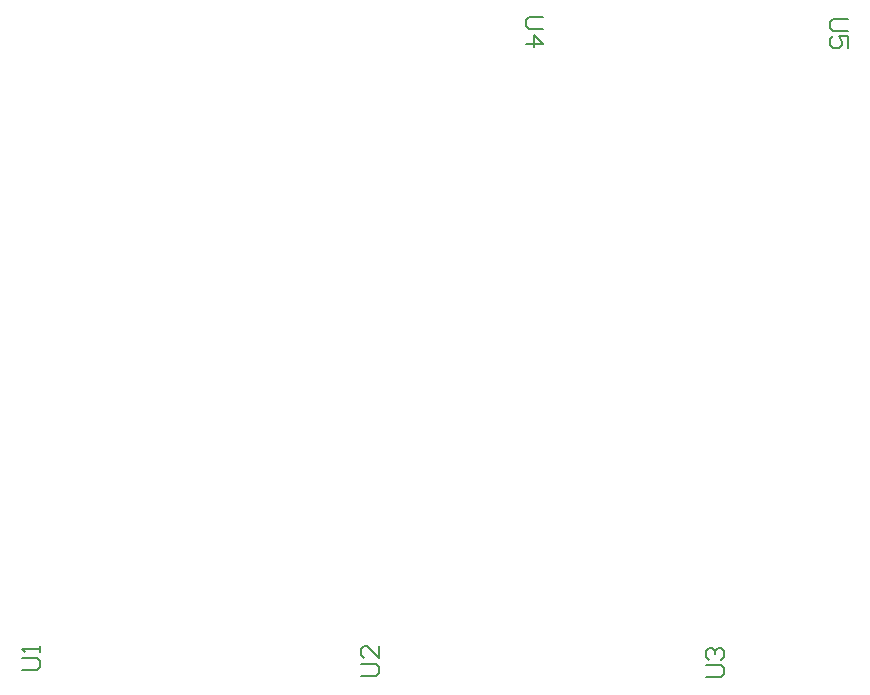
<source format=gm1>
G04*
G04 #@! TF.GenerationSoftware,Altium Limited,Altium Designer,25.2.1 (25)*
G04*
G04 Layer_Color=16711935*
%FSLAX25Y25*%
%MOIN*%
G70*
G04*
G04 #@! TF.SameCoordinates,F99C0EAD-8B59-483C-989D-22E72BE8A830*
G04*
G04*
G04 #@! TF.FilePolarity,Positive*
G04*
G01*
G75*
%ADD11C,0.00787*%
D11*
X461904Y436500D02*
X456984D01*
X456000Y435516D01*
Y433548D01*
X456984Y432564D01*
X461904D01*
Y426661D02*
Y430596D01*
X458952D01*
X459936Y428628D01*
Y427645D01*
X458952Y426661D01*
X456984D01*
X456000Y427645D01*
Y429612D01*
X456984Y430596D01*
X186596Y219500D02*
X191516D01*
X192500Y220484D01*
Y222452D01*
X191516Y223436D01*
X186596D01*
X192500Y225404D02*
Y227372D01*
Y226388D01*
X186596D01*
X187580Y225404D01*
X414596Y217000D02*
X419516D01*
X420500Y217984D01*
Y219952D01*
X419516Y220936D01*
X414596D01*
X415580Y222904D02*
X414596Y223887D01*
Y225855D01*
X415580Y226839D01*
X416564D01*
X417548Y225855D01*
Y224871D01*
Y225855D01*
X418532Y226839D01*
X419516D01*
X420500Y225855D01*
Y223887D01*
X419516Y222904D01*
X299596Y217500D02*
X304516D01*
X305500Y218484D01*
Y220452D01*
X304516Y221436D01*
X299596D01*
X305500Y227339D02*
Y223404D01*
X301564Y227339D01*
X300580D01*
X299596Y226355D01*
Y224388D01*
X300580Y223404D01*
X360404Y437000D02*
X355484D01*
X354500Y436016D01*
Y434048D01*
X355484Y433064D01*
X360404D01*
X354500Y428145D02*
X360404D01*
X357452Y431096D01*
Y427161D01*
M02*

</source>
